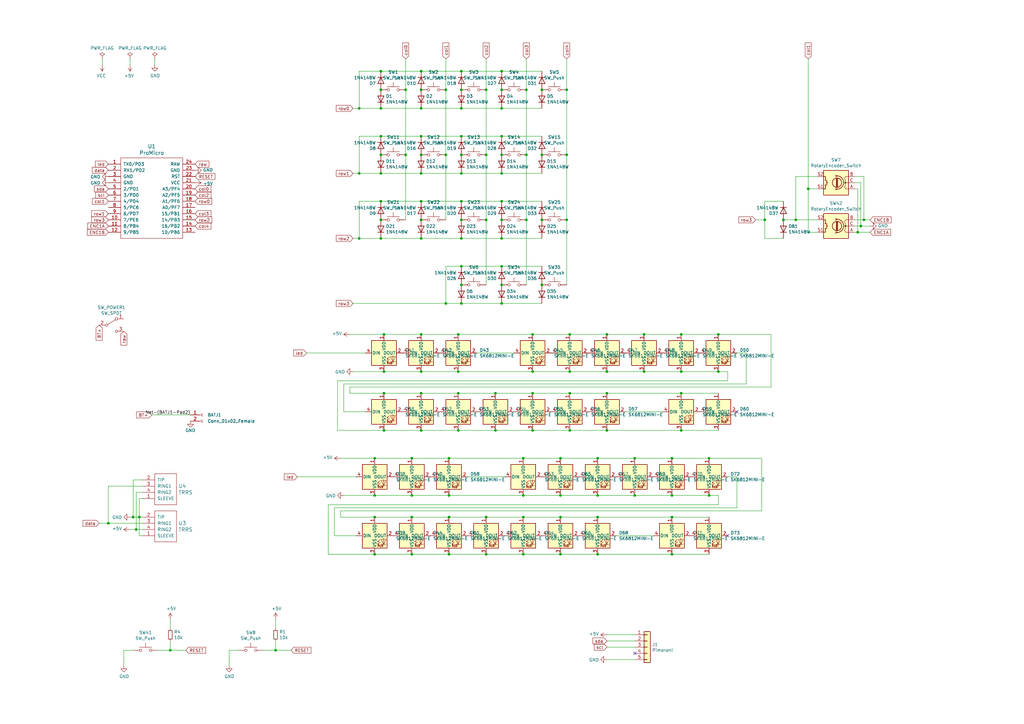
<source format=kicad_sch>
(kicad_sch (version 20230121) (generator eeschema)
  (paper "A3")
  (junction (at 157.48 152.4))
  (junction (at 290.83 203.2))
  (junction (at 205.74 116.84))
  (junction (at 275.59 203.2))
  (junction (at 203.2 161.29))
  (junction (at 275.59 187.96))
  (junction (at 168.91 203.2))
  (junction (at 354.33 90.17))
  (junction (at 353.06 92.71))
  (junction (at 260.35 187.96))
  (junction (at 187.96 152.4))
  (junction (at 245.11 203.2))
  (junction (at 205.74 44.45))
  (junction (at 215.9 90.17))
  (junction (at 184.15 227.33))
  (junction (at 189.23 97.79))
  (junction (at 69.85 266.7))
  (junction (at 172.72 36.83))
  (junction (at 248.92 161.29))
  (junction (at 153.67 187.96))
  (junction (at 172.72 152.4))
  (junction (at 156.21 44.45))
  (junction (at 233.68 176.53))
  (junction (at 279.4 152.4))
  (junction (at 205.74 109.22))
  (junction (at 187.96 176.53))
  (junction (at 229.87 212.09))
  (junction (at 294.64 152.4))
  (junction (at 184.15 212.09))
  (junction (at 187.96 161.29))
  (junction (at 189.23 36.83))
  (junction (at 172.72 63.5))
  (junction (at 156.21 71.12))
  (junction (at 156.21 63.5))
  (junction (at 189.23 44.45))
  (junction (at 232.41 63.5))
  (junction (at 157.48 137.16))
  (junction (at 215.9 36.83))
  (junction (at 189.23 71.12))
  (junction (at 189.23 29.21))
  (junction (at 189.23 55.88))
  (junction (at 182.88 63.5))
  (junction (at 279.4 176.53))
  (junction (at 321.31 90.17))
  (junction (at 172.72 137.16))
  (junction (at 205.74 90.17))
  (junction (at 248.92 152.4))
  (junction (at 214.63 227.33))
  (junction (at 189.23 82.55))
  (junction (at 245.11 212.09))
  (junction (at 233.68 152.4))
  (junction (at 248.92 176.53))
  (junction (at 229.87 203.2))
  (junction (at 218.44 161.29))
  (junction (at 232.41 90.17))
  (junction (at 222.25 63.5))
  (junction (at 156.21 55.88))
  (junction (at 205.74 29.21))
  (junction (at 199.39 63.5))
  (junction (at 214.63 187.96))
  (junction (at 275.59 227.33))
  (junction (at 189.23 116.84))
  (junction (at 218.44 176.53))
  (junction (at 156.21 97.79))
  (junction (at 168.91 212.09))
  (junction (at 229.87 187.96))
  (junction (at 215.9 63.5))
  (junction (at 182.88 124.46))
  (junction (at 153.67 212.09))
  (junction (at 205.74 55.88))
  (junction (at 189.23 63.5))
  (junction (at 184.15 203.2))
  (junction (at 279.4 137.16))
  (junction (at 205.74 97.79))
  (junction (at 172.72 161.29))
  (junction (at 168.91 227.33))
  (junction (at 233.68 137.16))
  (junction (at 205.74 36.83))
  (junction (at 205.74 63.5))
  (junction (at 222.25 90.17))
  (junction (at 182.88 36.83))
  (junction (at 147.32 44.45))
  (junction (at 199.39 227.33))
  (junction (at 153.67 203.2))
  (junction (at 331.47 77.47))
  (junction (at 233.68 161.29))
  (junction (at 172.72 90.17))
  (junction (at 232.41 36.83))
  (junction (at 222.25 36.83))
  (junction (at 199.39 212.09))
  (junction (at 55.88 217.17))
  (junction (at 199.39 90.17))
  (junction (at 264.16 137.16))
  (junction (at 222.25 116.84))
  (junction (at 184.15 187.96))
  (junction (at 172.72 71.12))
  (junction (at 172.72 176.53))
  (junction (at 156.21 90.17))
  (junction (at 57.15 212.09))
  (junction (at 172.72 82.55))
  (junction (at 248.92 137.16))
  (junction (at 245.11 187.96))
  (junction (at 113.03 266.7))
  (junction (at 260.35 203.2))
  (junction (at 351.79 95.25))
  (junction (at 54.61 212.09))
  (junction (at 199.39 36.83))
  (junction (at 326.39 90.17))
  (junction (at 203.2 176.53))
  (junction (at 275.59 212.09))
  (junction (at 290.83 187.96))
  (junction (at 279.4 161.29))
  (junction (at 153.67 227.33))
  (junction (at 187.96 137.16))
  (junction (at 157.48 161.29))
  (junction (at 147.32 71.12))
  (junction (at 205.74 124.46))
  (junction (at 156.21 36.83))
  (junction (at 229.87 227.33))
  (junction (at 245.11 227.33))
  (junction (at 44.45 214.63))
  (junction (at 157.48 176.53))
  (junction (at 189.23 90.17))
  (junction (at 189.23 109.22))
  (junction (at 205.74 71.12))
  (junction (at 189.23 124.46))
  (junction (at 156.21 82.55))
  (junction (at 166.37 36.83))
  (junction (at 172.72 97.79))
  (junction (at 264.16 152.4))
  (junction (at 166.37 63.5))
  (junction (at 156.21 29.21))
  (junction (at 218.44 152.4))
  (junction (at 294.64 137.16))
  (junction (at 313.69 90.17))
  (junction (at 214.63 203.2))
  (junction (at 172.72 44.45))
  (junction (at 168.91 187.96))
  (junction (at 205.74 82.55))
  (junction (at 172.72 55.88))
  (junction (at 218.44 137.16))
  (junction (at 147.32 97.79))
  (junction (at 214.63 212.09))
  (junction (at 172.72 29.21))
  (no_connect (at 302.26 168.91))
  (no_connect (at 260.35 267.97))
  (no_connect (at 298.45 219.71))
  (wire (pts (xy 218.44 161.29) (xy 233.68 161.29)))
  (wire (pts (xy 147.32 55.88) (xy 156.21 55.88)))
  (wire (pts (xy 350.52 90.17) (xy 354.33 90.17)))
  (wire (pts (xy 53.34 212.09) (xy 54.61 212.09)))
  (wire (pts (xy 199.39 63.5) (xy 199.39 90.17)))
  (wire (pts (xy 350.52 74.93) (xy 353.06 74.93)))
  (wire (pts (xy 50.8 266.7) (xy 50.8 273.05)))
  (wire (pts (xy 298.45 156.21) (xy 138.43 156.21)))
  (wire (pts (xy 140.97 157.48) (xy 140.97 168.91)))
  (wire (pts (xy 306.07 144.78) (xy 306.07 157.48)))
  (wire (pts (xy 139.7 187.96) (xy 153.67 187.96)))
  (wire (pts (xy 172.72 176.53) (xy 157.48 176.53)))
  (wire (pts (xy 156.21 97.79) (xy 172.72 97.79)))
  (wire (pts (xy 215.9 63.5) (xy 215.9 90.17)))
  (wire (pts (xy 57.15 219.71) (xy 57.15 212.09)))
  (wire (pts (xy 331.47 24.13) (xy 331.47 77.47)))
  (wire (pts (xy 354.33 72.39) (xy 354.33 90.17)))
  (wire (pts (xy 147.32 97.79) (xy 156.21 97.79)))
  (wire (pts (xy 143.51 158.75) (xy 143.51 161.29)))
  (wire (pts (xy 205.74 71.12) (xy 222.25 71.12)))
  (wire (pts (xy 331.47 95.25) (xy 335.28 95.25)))
  (wire (pts (xy 350.52 92.71) (xy 353.06 92.71)))
  (wire (pts (xy 214.63 203.2) (xy 229.87 203.2)))
  (wire (pts (xy 147.32 44.45) (xy 156.21 44.45)))
  (wire (pts (xy 157.48 137.16) (xy 172.72 137.16)))
  (wire (pts (xy 335.28 77.47) (xy 331.47 77.47)))
  (wire (pts (xy 199.39 24.13) (xy 199.39 36.83)))
  (wire (pts (xy 63.5 24.13) (xy 63.5 26.67)))
  (wire (pts (xy 248.92 152.4) (xy 264.16 152.4)))
  (wire (pts (xy 189.23 55.88) (xy 205.74 55.88)))
  (wire (pts (xy 248.92 262.89) (xy 260.35 262.89)))
  (wire (pts (xy 350.52 95.25) (xy 351.79 95.25)))
  (wire (pts (xy 294.64 207.01) (xy 134.62 207.01)))
  (wire (pts (xy 205.74 82.55) (xy 222.25 82.55)))
  (wire (pts (xy 312.42 187.96) (xy 312.42 209.55)))
  (wire (pts (xy 229.87 187.96) (xy 245.11 187.96)))
  (wire (pts (xy 306.07 157.48) (xy 140.97 157.48)))
  (wire (pts (xy 321.31 97.79) (xy 313.69 97.79)))
  (wire (pts (xy 157.48 152.4) (xy 172.72 152.4)))
  (wire (pts (xy 275.59 203.2) (xy 290.83 203.2)))
  (wire (pts (xy 279.4 161.29) (xy 294.64 161.29)))
  (wire (pts (xy 245.11 203.2) (xy 260.35 203.2)))
  (wire (pts (xy 64.77 266.7) (xy 69.85 266.7)))
  (wire (pts (xy 233.68 152.4) (xy 248.92 152.4)))
  (wire (pts (xy 275.59 212.09) (xy 290.83 212.09)))
  (wire (pts (xy 143.51 137.16) (xy 157.48 137.16)))
  (wire (pts (xy 182.88 36.83) (xy 182.88 63.5)))
  (wire (pts (xy 147.32 97.79) (xy 147.32 82.55)))
  (wire (pts (xy 335.28 90.17) (xy 326.39 90.17)))
  (wire (pts (xy 189.23 109.22) (xy 205.74 109.22)))
  (wire (pts (xy 298.45 195.58) (xy 302.26 195.58)))
  (wire (pts (xy 290.83 187.96) (xy 312.42 187.96)))
  (wire (pts (xy 335.28 72.39) (xy 326.39 72.39)))
  (wire (pts (xy 252.73 219.71) (xy 267.97 219.71)))
  (wire (pts (xy 144.78 124.46) (xy 182.88 124.46)))
  (wire (pts (xy 156.21 55.88) (xy 172.72 55.88)))
  (wire (pts (xy 172.72 137.16) (xy 187.96 137.16)))
  (wire (pts (xy 143.51 161.29) (xy 157.48 161.29)))
  (wire (pts (xy 55.88 201.93) (xy 55.88 217.17)))
  (wire (pts (xy 233.68 161.29) (xy 248.92 161.29)))
  (wire (pts (xy 58.42 196.85) (xy 54.61 196.85)))
  (wire (pts (xy 326.39 72.39) (xy 326.39 90.17)))
  (wire (pts (xy 294.64 137.16) (xy 316.23 137.16)))
  (wire (pts (xy 166.37 63.5) (xy 166.37 90.17)))
  (wire (pts (xy 199.39 227.33) (xy 184.15 227.33)))
  (wire (pts (xy 232.41 63.5) (xy 232.41 90.17)))
  (wire (pts (xy 172.72 152.4) (xy 187.96 152.4)))
  (wire (pts (xy 233.68 176.53) (xy 218.44 176.53)))
  (wire (pts (xy 44.45 214.63) (xy 40.64 214.63)))
  (wire (pts (xy 69.85 257.81) (xy 69.85 254)))
  (wire (pts (xy 229.87 203.2) (xy 245.11 203.2)))
  (wire (pts (xy 260.35 187.96) (xy 275.59 187.96)))
  (wire (pts (xy 172.72 97.79) (xy 189.23 97.79)))
  (wire (pts (xy 182.88 109.22) (xy 189.23 109.22)))
  (wire (pts (xy 260.35 203.2) (xy 275.59 203.2)))
  (wire (pts (xy 113.03 266.7) (xy 113.03 262.89)))
  (wire (pts (xy 44.45 199.39) (xy 58.42 199.39)))
  (wire (pts (xy 353.06 74.93) (xy 353.06 92.71)))
  (wire (pts (xy 214.63 187.96) (xy 229.87 187.96)))
  (wire (pts (xy 125.73 144.78) (xy 149.86 144.78)))
  (wire (pts (xy 326.39 90.17) (xy 321.31 90.17)))
  (wire (pts (xy 191.77 195.58) (xy 207.01 195.58)))
  (wire (pts (xy 316.23 137.16) (xy 316.23 158.75)))
  (wire (pts (xy 184.15 187.96) (xy 214.63 187.96)))
  (wire (pts (xy 76.2 266.7) (xy 69.85 266.7)))
  (wire (pts (xy 312.42 209.55) (xy 139.7 209.55)))
  (wire (pts (xy 215.9 90.17) (xy 215.9 116.84)))
  (wire (pts (xy 44.45 199.39) (xy 44.45 214.63)))
  (wire (pts (xy 248.92 176.53) (xy 279.4 176.53)))
  (wire (pts (xy 294.64 152.4) (xy 298.45 152.4)))
  (wire (pts (xy 137.16 219.71) (xy 146.05 219.71)))
  (wire (pts (xy 313.69 90.17) (xy 309.88 90.17)))
  (wire (pts (xy 218.44 152.4) (xy 233.68 152.4)))
  (wire (pts (xy 350.52 77.47) (xy 351.79 77.47)))
  (wire (pts (xy 138.43 156.21) (xy 138.43 176.53)))
  (wire (pts (xy 294.64 176.53) (xy 279.4 176.53)))
  (wire (pts (xy 214.63 227.33) (xy 199.39 227.33)))
  (wire (pts (xy 205.74 29.21) (xy 222.25 29.21)))
  (wire (pts (xy 119.38 266.7) (xy 113.03 266.7)))
  (wire (pts (xy 172.72 161.29) (xy 187.96 161.29)))
  (wire (pts (xy 172.72 44.45) (xy 189.23 44.45)))
  (wire (pts (xy 147.32 44.45) (xy 147.32 29.21)))
  (wire (pts (xy 214.63 212.09) (xy 229.87 212.09)))
  (wire (pts (xy 248.92 137.16) (xy 264.16 137.16)))
  (wire (pts (xy 44.45 214.63) (xy 58.42 214.63)))
  (wire (pts (xy 69.85 266.7) (xy 69.85 262.89)))
  (wire (pts (xy 248.92 176.53) (xy 233.68 176.53)))
  (wire (pts (xy 53.34 217.17) (xy 55.88 217.17)))
  (wire (pts (xy 302.26 144.78) (xy 306.07 144.78)))
  (wire (pts (xy 147.32 29.21) (xy 156.21 29.21)))
  (wire (pts (xy 57.15 212.09) (xy 58.42 212.09)))
  (wire (pts (xy 62.23 170.18) (xy 78.105 170.18)))
  (wire (pts (xy 54.61 212.09) (xy 57.15 212.09)))
  (wire (pts (xy 313.69 82.55) (xy 313.69 90.17)))
  (wire (pts (xy 313.69 97.79) (xy 313.69 90.17)))
  (wire (pts (xy 53.34 24.13) (xy 53.34 26.67)))
  (wire (pts (xy 166.37 24.13) (xy 166.37 36.83)))
  (wire (pts (xy 354.33 90.17) (xy 356.87 90.17)))
  (wire (pts (xy 147.32 82.55) (xy 156.21 82.55)))
  (wire (pts (xy 351.79 95.25) (xy 356.87 95.25)))
  (wire (pts (xy 93.98 266.7) (xy 97.79 266.7)))
  (wire (pts (xy 353.06 92.71) (xy 356.87 92.71)))
  (wire (pts (xy 182.88 124.46) (xy 189.23 124.46)))
  (wire (pts (xy 156.21 29.21) (xy 172.72 29.21)))
  (wire (pts (xy 168.91 227.33) (xy 153.67 227.33)))
  (wire (pts (xy 107.95 266.7) (xy 113.03 266.7)))
  (wire (pts (xy 229.87 212.09) (xy 245.11 212.09)))
  (wire (pts (xy 187.96 176.53) (xy 172.72 176.53)))
  (wire (pts (xy 187.96 152.4) (xy 218.44 152.4)))
  (wire (pts (xy 245.11 227.33) (xy 229.87 227.33)))
  (wire (pts (xy 302.26 208.28) (xy 137.16 208.28)))
  (wire (pts (xy 144.78 97.79) (xy 147.32 97.79)))
  (wire (pts (xy 203.2 176.53) (xy 187.96 176.53)))
  (wire (pts (xy 290.83 203.2) (xy 294.64 203.2)))
  (wire (pts (xy 248.92 265.43) (xy 260.35 265.43)))
  (wire (pts (xy 182.88 24.13) (xy 182.88 36.83)))
  (wire (pts (xy 157.48 176.53) (xy 138.43 176.53)))
  (wire (pts (xy 199.39 212.09) (xy 214.63 212.09)))
  (wire (pts (xy 229.87 227.33) (xy 214.63 227.33)))
  (wire (pts (xy 279.4 152.4) (xy 294.64 152.4)))
  (wire (pts (xy 156.21 44.45) (xy 172.72 44.45)))
  (wire (pts (xy 41.91 24.13) (xy 41.91 26.67)))
  (wire (pts (xy 172.72 55.88) (xy 189.23 55.88)))
  (wire (pts (xy 218.44 137.16) (xy 233.68 137.16)))
  (wire (pts (xy 144.78 152.4) (xy 157.48 152.4)))
  (wire (pts (xy 203.2 161.29) (xy 218.44 161.29)))
  (wire (pts (xy 232.41 90.17) (xy 232.41 116.84)))
  (wire (pts (xy 232.41 24.13) (xy 232.41 36.83)))
  (wire (pts (xy 248.92 270.51) (xy 260.35 270.51)))
  (wire (pts (xy 156.21 82.55) (xy 172.72 82.55)))
  (wire (pts (xy 264.16 137.16) (xy 279.4 137.16)))
  (wire (pts (xy 245.11 227.33) (xy 275.59 227.33)))
  (wire (pts (xy 153.67 227.33) (xy 134.62 227.33)))
  (wire (pts (xy 233.68 137.16) (xy 248.92 137.16)))
  (wire (pts (xy 245.11 187.96) (xy 260.35 187.96)))
  (wire (pts (xy 153.67 187.96) (xy 168.91 187.96)))
  (wire (pts (xy 189.23 44.45) (xy 205.74 44.45)))
  (wire (pts (xy 153.67 203.2) (xy 168.91 203.2)))
  (wire (pts (xy 205.74 55.88) (xy 222.25 55.88)))
  (wire (pts (xy 184.15 212.09) (xy 199.39 212.09)))
  (wire (pts (xy 275.59 187.96) (xy 290.83 187.96)))
  (wire (pts (xy 166.37 36.83) (xy 166.37 63.5)))
  (wire (pts (xy 316.23 158.75) (xy 143.51 158.75)))
  (wire (pts (xy 137.16 208.28) (xy 137.16 219.71)))
  (wire (pts (xy 187.96 161.29) (xy 203.2 161.29)))
  (wire (pts (xy 144.78 71.12) (xy 147.32 71.12)))
  (wire (pts (xy 140.97 168.91) (xy 149.86 168.91)))
  (wire (pts (xy 184.15 227.33) (xy 168.91 227.33)))
  (wire (pts (xy 232.41 36.83) (xy 232.41 63.5)))
  (wire (pts (xy 245.11 212.09) (xy 275.59 212.09)))
  (wire (pts (xy 248.92 161.29) (xy 279.4 161.29)))
  (wire (pts (xy 215.9 36.83) (xy 215.9 63.5)))
  (wire (pts (xy 205.74 44.45) (xy 222.25 44.45)))
  (wire (pts (xy 184.15 203.2) (xy 214.63 203.2)))
  (wire (pts (xy 205.74 97.79) (xy 222.25 97.79)))
  (wire (pts (xy 189.23 82.55) (xy 205.74 82.55)))
  (wire (pts (xy 58.42 204.47) (xy 57.15 204.47)))
  (wire (pts (xy 279.4 137.16) (xy 294.64 137.16)))
  (wire (pts (xy 172.72 82.55) (xy 189.23 82.55)))
  (wire (pts (xy 298.45 152.4) (xy 298.45 156.21)))
  (wire (pts (xy 264.16 152.4) (xy 279.4 152.4)))
  (wire (pts (xy 189.23 71.12) (xy 205.74 71.12)))
  (wire (pts (xy 147.32 71.12) (xy 147.32 55.88)))
  (wire (pts (xy 294.64 203.2) (xy 294.64 207.01)))
  (wire (pts (xy 140.97 203.2) (xy 153.67 203.2)))
  (wire (pts (xy 168.91 187.96) (xy 184.15 187.96)))
  (wire (pts (xy 331.47 77.47) (xy 331.47 95.25)))
  (wire (pts (xy 168.91 203.2) (xy 184.15 203.2)))
  (wire (pts (xy 144.78 44.45) (xy 147.32 44.45)))
  (wire (pts (xy 182.88 124.46) (xy 182.88 109.22)))
  (wire (pts (xy 218.44 176.53) (xy 203.2 176.53)))
  (wire (pts (xy 57.15 204.47) (xy 57.15 212.09)))
  (wire (pts (xy 350.52 72.39) (xy 354.33 72.39)))
  (wire (pts (xy 215.9 24.13) (xy 215.9 36.83)))
  (wire (pts (xy 205.74 109.22) (xy 222.25 109.22)))
  (wire (pts (xy 189.23 97.79) (xy 205.74 97.79)))
  (wire (pts (xy 157.48 161.29) (xy 172.72 161.29)))
  (wire (pts (xy 182.88 63.5) (xy 182.88 90.17)))
  (wire (pts (xy 187.96 137.16) (xy 218.44 137.16)))
  (wire (pts (xy 189.23 124.46) (xy 205.74 124.46)))
  (wire (pts (xy 58.42 219.71) (xy 57.15 219.71)))
  (wire (pts (xy 199.39 36.83) (xy 199.39 63.5)))
  (wire (pts (xy 55.88 201.93) (xy 58.42 201.93)))
  (wire (pts (xy 139.7 209.55) (xy 139.7 212.09)))
  (wire (pts (xy 54.61 196.85) (xy 54.61 212.09)))
  (wire (pts (xy 121.92 195.58) (xy 146.05 195.58)))
  (wire (pts (xy 248.92 260.35) (xy 260.35 260.35)))
  (wire (pts (xy 134.62 207.01) (xy 134.62 227.33)))
  (wire (pts (xy 256.54 168.91) (xy 271.78 168.91)))
  (wire (pts (xy 168.91 212.09) (xy 184.15 212.09)))
  (wire (pts (xy 113.03 257.81) (xy 113.03 254)))
  (wire (pts (xy 290.83 227.33) (xy 275.59 227.33)))
  (wire (pts (xy 153.67 212.09) (xy 168.91 212.09)))
  (wire (pts (xy 55.88 217.17) (xy 58.42 217.17)))
  (wire (pts (xy 172.72 71.12) (xy 189.23 71.12)))
  (wire (pts (xy 93.98 266.7) (xy 93.98 273.05)))
  (wire (pts (xy 172.72 29.21) (xy 189.23 29.21)))
  (wire (pts (xy 321.31 82.55) (xy 313.69 82.55)))
  (wire (pts (xy 50.8 266.7) (xy 54.61 266.7)))
  (wire (pts (xy 139.7 212.09) (xy 153.67 212.09)))
  (wire (pts (xy 156.21 71.12) (xy 172.72 71.12)))
  (wire (pts (xy 302.26 195.58) (xy 302.26 208.28)))
  (wire (pts (xy 199.39 90.17) (xy 199.39 116.84)))
  (wire (pts (xy 195.58 144.78) (xy 210.82 144.78)))
  (wire (pts (xy 147.32 71.12) (xy 156.21 71.12)))
  (wire (pts (xy 351.79 77.47) (xy 351.79 95.25)))
  (wire (pts (xy 205.74 124.46) (xy 222.25 124.46)))
  (wire (pts (xy 189.23 29.21) (xy 205.74 29.21)))
  (label "Net-(BATJ1-Pad2)" (at 78.105 170.18 180))
  (global_label "ENC1B" (shape input) (at 44.45 95.25 180) (property "Intersheetrefs" "${INTERSHEET_REFS}" (effects hide)))
  (global_label "col2" (shape input) (at 80.01 80.01 0) (property "Intersheetrefs" "${INTERSHEET_REFS}" (effects hide)))
  (global_label "data" (shape input) (at 44.45 69.85 180) (property "Intersheetrefs" "${INTERSHEET_REFS}" (effects hide)))
  (global_label "col2" (shape input) (at 199.39 24.13 90) (property "Intersheetrefs" "${INTERSHEET_REFS}" (effects hide)))
  (global_label "data" (shape input) (at 40.64 214.63 180) (property "Intersheetrefs" "${INTERSHEET_REFS}" (effects hide)))
  (global_label "col4" (shape input) (at 80.01 92.71 0) (property "Intersheetrefs" "${INTERSHEET_REFS}" (effects hide)))
  (global_label "BT+" (shape input) (at 40.64 133.35 270) (property "Intersheetrefs" "${INTERSHEET_REFS}" (effects hide)))
  (global_label "col3" (shape input) (at 215.9 24.13 90) (property "Intersheetrefs" "${INTERSHEET_REFS}" (effects hide)))
  (global_label "ENC1B" (shape input) (at 356.87 90.17 0) (property "Intersheetrefs" "${INTERSHEET_REFS}" (effects hide)))
  (global_label "RESET" (shape input) (at 80.01 72.39 0) (property "Intersheetrefs" "${INTERSHEET_REFS}" (effects hide)))
  (global_label "raw" (shape input) (at 50.8 135.89 270) (property "Intersheetrefs" "${INTERSHEET_REFS}" (effects hide)))
  (global_label "col3" (shape input) (at 80.01 87.63 0) (property "Intersheetrefs" "${INTERSHEET_REFS}" (effects hide)))
  (global_label "row3" (shape input) (at 309.88 90.17 180) (property "Intersheetrefs" "${INTERSHEET_REFS}" (effects hide)))
  (global_label "col1" (shape input) (at 331.47 24.13 90) (property "Intersheetrefs" "${INTERSHEET_REFS}" (effects hide)))
  (global_label "led" (shape input) (at 44.45 67.31 180) (property "Intersheetrefs" "${INTERSHEET_REFS}" (effects hide)))
  (global_label "row2" (shape input) (at 144.78 97.79 180) (property "Intersheetrefs" "${INTERSHEET_REFS}" (effects hide)))
  (global_label "ENC1A" (shape input) (at 44.45 92.71 180) (property "Intersheetrefs" "${INTERSHEET_REFS}" (effects hide)))
  (global_label "scl" (shape input) (at 44.45 80.01 180) (property "Intersheetrefs" "${INTERSHEET_REFS}" (effects hide)))
  (global_label "RESET" (shape input) (at 76.2 266.7 0) (property "Intersheetrefs" "${INTERSHEET_REFS}" (effects hide)))
  (global_label "col1" (shape input) (at 182.88 24.13 90) (property "Intersheetrefs" "${INTERSHEET_REFS}" (effects hide)))
  (global_label "led" (shape input) (at 121.92 195.58 180) (property "Intersheetrefs" "${INTERSHEET_REFS}" (effects hide)))
  (global_label "row1" (shape input) (at 144.78 71.12 180) (property "Intersheetrefs" "${INTERSHEET_REFS}" (effects hide)))
  (global_label "RESET" (shape input) (at 119.38 266.7 0) (property "Intersheetrefs" "${INTERSHEET_REFS}" (effects hide)))
  (global_label "col0" (shape input) (at 80.01 77.47 0) (property "Intersheetrefs" "${INTERSHEET_REFS}" (effects hide)))
  (global_label "row3" (shape input) (at 144.78 124.46 180) (property "Intersheetrefs" "${INTERSHEET_REFS}" (effects hide)))
  (global_label "BT+" (shape input) (at 62.23 170.18 180) (property "Intersheetrefs" "${INTERSHEET_REFS}" (effects hide)))
  (global_label "row0" (shape input) (at 144.78 44.45 180) (property "Intersheetrefs" "${INTERSHEET_REFS}" (effects hide)))
  (global_label "row1" (shape input) (at 44.45 87.63 180) (property "Intersheetrefs" "${INTERSHEET_REFS}" (effects hide)))
  (global_label "row2" (shape input) (at 80.01 90.17 0) (property "Intersheetrefs" "${INTERSHEET_REFS}" (effects hide)))
  (global_label "led" (shape input) (at 125.73 144.78 180) (property "Intersheetrefs" "${INTERSHEET_REFS}" (effects hide)))
  (global_label "ENC1A" (shape input) (at 356.87 95.25 0) (property "Intersheetrefs" "${INTERSHEET_REFS}" (effects hide)))
  (global_label "row0" (shape input) (at 80.01 82.55 0) (property "Intersheetrefs" "${INTERSHEET_REFS}" (effects hide)))
  (global_label "sda" (shape input) (at 44.45 77.47 180) (property "Intersheetrefs" "${INTERSHEET_REFS}" (effects hide)))
  (global_label "col4" (shape input) (at 232.41 24.13 90) (property "Intersheetrefs" "${INTERSHEET_REFS}" (effects hide)))
  (global_label "sda" (shape input) (at 248.92 262.89 180) (property "Intersheetrefs" "${INTERSHEET_REFS}" (effects hide)))
  (global_label "col1" (shape input) (at 44.45 82.55 180) (property "Intersheetrefs" "${INTERSHEET_REFS}" (effects hide)))
  (global_label "col0" (shape input) (at 166.37 24.13 90) (property "Intersheetrefs" "${INTERSHEET_REFS}" (effects hide)))
  (global_label "row3" (shape input) (at 44.45 90.17 180) (property "Intersheetrefs" "${INTERSHEET_REFS}" (effects hide)))
  (global_label "scl" (shape input) (at 248.92 265.43 180) (property "Intersheetrefs" "${INTERSHEET_REFS}" (effects hide)))
  (global_label "raw" (shape input) (at 80.01 67.31 0) (property "Intersheetrefs" "${INTERSHEET_REFS}" (effects hide)))
  (symbol (lib_id "Device:R_Small") (at 69.85 260.35 0) (unit 1)
    (property "Reference" "R4" (at 71.3486 259.1816 0) (effects (justify left)))
    (property "Value" "10k" (at 71.3486 261.493 0) (effects (justify left)))
    (property "Footprint" "Resistor_SMD:R_0805_2012Metric" (effects hide))
    (property "LCSC" "C17414" (effects hide))
  )
  (symbol (lib_id "power:+5V") (at 69.85 254 0) (unit 1)
    (property "Reference" "#PWR011" (effects hide))
    (property "Value" "+5V" (at 70.231 249.6058 0))
  )
  (symbol (lib_id "power:GND") (at 50.8 273.05 0) (unit 1)
    (property "Reference" "#PWR013" (effects hide))
    (property "Value" "GND" (at 50.927 277.4442 0))
  )
  (symbol (lib_id "Switch:SW_Push") (at 161.29 36.83 0) (unit 1)
    (property "Reference" "SW1" (at 161.29 29.591 0))
    (property "Value" "SW_Push" (at 161.29 31.9024 0))
    (property "Footprint" "keyswitches:SW_PG1350_reversible" (effects hide))
  )
  (symbol (lib_id "Diode:1N4148W") (at 156.21 40.64 90) (unit 1)
    (property "Reference" "D1" (at 158.242 39.4716 90) (effects (justify right)))
    (property "Value" "1N4148W" (at 158.242 41.783 90) (effects (justify right)))
    (property "Footprint" "Diode_SMD:D_SOD-123" (effects hide))
    (property "Datasheet" "https://www.vishay.com/docs/85748/1n4148w.pdf" (effects hide))
    (property "LCSC" "C727110" (effects hide))
  )
  (symbol (lib_id "Switch:SW_Push") (at 177.8 36.83 0) (unit 1)
    (property "Reference" "SW2" (at 177.8 29.591 0))
    (property "Value" "SW_Push" (at 177.8 31.9024 0))
    (property "Footprint" "keyswitches:SW_PG1350_reversible" (effects hide))
  )
  (symbol (lib_id "Diode:1N4148W") (at 172.72 40.64 90) (unit 1)
    (property "Reference" "D2" (at 174.752 39.4716 90) (effects (justify right)))
    (property "Value" "1N4148W" (at 174.752 41.783 90) (effects (justify right)))
    (property "Footprint" "Diode_SMD:D_SOD-123" (effects hide))
    (property "Datasheet" "https://www.vishay.com/docs/85748/1n4148w.pdf" (effects hide))
    (property "LCSC" "C727110" (effects hide))
  )
  (symbol (lib_id "Switch:SW_Push") (at 194.31 36.83 0) (unit 1)
    (property "Reference" "SW3" (at 194.31 29.591 0))
    (property "Value" "SW_Push" (at 194.31 31.9024 0))
    (property "Footprint" "keyswitches:SW_PG1350_reversible" (effects hide))
  )
  (symbol (lib_id "Diode:1N4148W") (at 189.23 40.64 90) (unit 1)
    (property "Reference" "D3" (at 191.262 39.4716 90) (effects (justify right)))
    (property "Value" "1N4148W" (at 191.262 41.783 90) (effects (justify right)))
    (property "Footprint" "Diode_SMD:D_SOD-123" (effects hide))
    (property "Datasheet" "https://www.vishay.com/docs/85748/1n4148w.pdf" (effects hide))
    (property "LCSC" "C727110" (effects hide))
  )
  (symbol (lib_id "Switch:SW_Push") (at 210.82 36.83 0) (unit 1)
    (property "Reference" "SW4" (at 210.82 29.591 0))
    (property "Value" "SW_Push" (at 210.82 31.9024 0))
    (property "Footprint" "keyswitches:SW_PG1350_reversible" (effects hide))
  )
  (symbol (lib_id "Diode:1N4148W") (at 205.74 40.64 90) (unit 1)
    (property "Reference" "D4" (at 207.772 39.4716 90) (effects (justify right)))
    (property "Value" "1N4148W" (at 207.772 41.783 90) (effects (justify right)))
    (property "Footprint" "Diode_SMD:D_SOD-123" (effects hide))
    (property "Datasheet" "https://www.vishay.com/docs/85748/1n4148w.pdf" (effects hide))
    (property "LCSC" "C727110" (effects hide))
  )
  (symbol (lib_id "Switch:SW_Push") (at 227.33 36.83 0) (unit 1)
    (property "Reference" "SW5" (at 227.33 29.591 0))
    (property "Value" "SW_Push" (at 227.33 31.9024 0))
    (property "Footprint" "keyswitches:SW_PG1350_reversible" (effects hide))
  )
  (symbol (lib_id "Diode:1N4148W") (at 222.25 40.64 90) (unit 1)
    (property "Reference" "D5" (at 224.282 39.4716 90) (effects (justify right)))
    (property "Value" "1N4148W" (at 224.282 41.783 90) (effects (justify right)))
    (property "Footprint" "Diode_SMD:D_SOD-123" (effects hide))
    (property "Datasheet" "https://www.vishay.com/docs/85748/1n4148w.pdf" (effects hide))
    (property "LCSC" "C727110" (effects hide))
  )
  (symbol (lib_id "Switch:SW_Push") (at 161.29 63.5 0) (unit 1)
    (property "Reference" "SW11" (at 161.29 56.261 0))
    (property "Value" "SW_Push" (at 161.29 58.5724 0))
    (property "Footprint" "keyswitches:SW_PG1350_reversible" (effects hide))
  )
  (symbol (lib_id "Diode:1N4148W") (at 156.21 67.31 90) (unit 1)
    (property "Reference" "D11" (at 158.242 66.1416 90) (effects (justify right)))
    (property "Value" "1N4148W" (at 158.242 68.453 90) (effects (justify right)))
    (property "Footprint" "Diode_SMD:D_SOD-123" (effects hide))
    (property "Datasheet" "https://www.vishay.com/docs/85748/1n4148w.pdf" (effects hide))
    (property "LCSC" "C727110" (effects hide))
  )
  (symbol (lib_id "Switch:SW_Push") (at 177.8 63.5 0) (unit 1)
    (property "Reference" "SW12" (at 177.8 56.261 0))
    (property "Value" "SW_Push" (at 177.8 58.5724 0))
    (property "Footprint" "keyswitches:SW_PG1350_reversible" (effects hide))
  )
  (symbol (lib_id "Diode:1N4148W") (at 172.72 67.31 90) (unit 1)
    (property "Reference" "D12" (at 174.752 66.1416 90) (effects (justify right)))
    (property "Value" "1N4148W" (at 174.752 68.453 90) (effects (justify right)))
    (property "Footprint" "Diode_SMD:D_SOD-123" (effects hide))
    (property "Datasheet" "https://www.vishay.com/docs/85748/1n4148w.pdf" (effects hide))
    (property "LCSC" "C727110" (effects hide))
  )
  (symbol (lib_id "Switch:SW_Push") (at 194.31 63.5 0) (unit 1)
    (property "Reference" "SW13" (at 194.31 56.261 0))
    (property "Value" "SW_Push" (at 194.31 58.5724 0))
    (property "Footprint" "keyswitches:SW_PG1350_reversible" (effects hide))
  )
  (symbol (lib_id "Diode:1N4148W") (at 189.23 67.31 90) (unit 1)
    (property "Reference" "D13" (at 191.262 66.1416 90) (effects (justify right)))
    (property "Value" "1N4148W" (at 191.262 68.453 90) (effects (justify right)))
    (property "Footprint" "Diode_SMD:D_SOD-123" (effects hide))
    (property "Datasheet" "https://www.vishay.com/docs/85748/1n4148w.pdf" (effects hide))
    (property "LCSC" "C727110" (effects hide))
  )
  (symbol (lib_id "Switch:SW_Push") (at 210.82 63.5 0) (unit 1)
    (property "Reference" "SW14" (at 210.82 56.261 0))
    (property "Value" "SW_Push" (at 210.82 58.5724 0))
    (property "Footprint" "keyswitches:SW_PG1350_reversible" (effects hide))
  )
  (symbol (lib_id "Diode:1N4148W") (at 205.74 67.31 90) (unit 1)
    (property "Reference" "D14" (at 207.772 66.1416 90) (effects (justify right)))
    (property "Value" "1N4148W" (at 207.772 68.453 90) (effects (justify right)))
    (property "Footprint" "Diode_SMD:D_SOD-123" (effects hide))
    (property "Datasheet" "https://www.vishay.com/docs/85748/1n4148w.pdf" (effects hide))
    (property "LCSC" "C727110" (effects hide))
  )
  (symbol (lib_id "Switch:SW_Push") (at 227.33 63.5 0) (unit 1)
    (property "Reference" "SW15" (at 227.33 56.261 0))
    (property "Value" "SW_Push" (at 227.33 58.5724 0))
    (property "Footprint" "keyswitches:SW_PG1350_reversible" (effects hide))
  )
  (symbol (lib_id "Diode:1N4148W") (at 222.25 67.31 90) (unit 1)
    (property "Reference" "D15" (at 224.282 66.1416 90) (effects (justify right)))
    (property "Value" "1N4148W" (at 224.282 68.453 90) (effects (justify right)))
    (property "Footprint" "Diode_SMD:D_SOD-123" (effects hide))
    (property "Datasheet" "https://www.vishay.com/docs/85748/1n4148w.pdf" (effects hide))
    (property "LCSC" "C727110" (effects hide))
  )
  (symbol (lib_id "Switch:SW_Push") (at 161.29 90.17 0) (unit 1)
    (property "Reference" "SW21" (at 161.29 82.931 0))
    (property "Value" "SW_Push" (at 161.29 85.2424 0))
    (property "Footprint" "keyswitches:SW_PG1350_reversible" (effects hide))
  )
  (symbol (lib_id "Diode:1N4148W") (at 156.21 93.98 90) (unit 1)
    (property "Reference" "D21" (at 158.242 92.8116 90) (effects (justify right)))
    (property "Value" "1N4148W" (at 158.242 95.123 90) (effects (justify right)))
    (property "Footprint" "Diode_SMD:D_SOD-123" (effects hide))
    (property "Datasheet" "https://www.vishay.com/docs/85748/1n4148w.pdf" (effects hide))
    (property "LCSC" "C727110" (effects hide))
  )
  (symbol (lib_id "Switch:SW_Push") (at 177.8 90.17 0) (unit 1)
    (property "Reference" "SW22" (at 177.8 82.931 0))
    (property "Value" "SW_Push" (at 177.8 85.2424 0))
    (property "Footprint" "keyswitches:SW_PG1350_reversible" (effects hide))
  )
  (symbol (lib_id "Diode:1N4148W") (at 172.72 93.98 90) (unit 1)
    (property "Reference" "D22" (at 174.752 92.8116 90) (effects (justify right)))
    (property "Value" "1N4148W" (at 174.752 95.123 90) (effects (justify right)))
    (property "Footprint" "Diode_SMD:D_SOD-123" (effects hide))
    (property "Datasheet" "https://www.vishay.com/docs/85748/1n4148w.pdf" (effects hide))
    (property "LCSC" "C727110" (effects hide))
  )
  (symbol (lib_id "Switch:SW_Push") (at 194.31 90.17 0) (unit 1)
    (property "Reference" "SW23" (at 194.31 82.931 0))
    (property "Value" "SW_Push" (at 194.31 85.2424 0))
    (property "Footprint" "keyswitches:SW_PG1350_reversible" (effects hide))
  )
  (symbol (lib_id "Diode:1N4148W") (at 189.23 93.98 90) (unit 1)
    (property "Reference" "D23" (at 191.262 92.8116 90) (effects (justify right)))
    (property "Value" "1N4148W" (at 191.262 95.123 90) (effects (justify right)))
    (property "Footprint" "Diode_SMD:D_SOD-123" (effects hide))
    (property "Datasheet" "https://www.vishay.com/docs/85748/1n4148w.pdf" (effects hide))
    (property "LCSC" "C727110" (effects hide))
  )
  (symbol (lib_id "Switch:SW_Push") (at 210.82 90.17 0) (unit 1)
    (property "Reference" "SW24" (at 210.82 82.931 0))
    (property "Value" "SW_Push" (at 210.82 85.2424 0))
    (property "Footprint" "keyswitches:SW_PG1350_reversible" (effects hide))
  )
  (symbol (lib_id "Diode:1N4148W") (at 205.74 93.98 90) (unit 1)
    (property "Reference" "D24" (at 207.772 92.8116 90) (effects (justify right)))
    (property "Value" "1N4148W" (at 207.772 95.123 90) (effects (justify right)))
    (property "Footprint" "Diode_SMD:D_SOD-123" (effects hide))
    (property "Datasheet" "https://www.vishay.com/docs/85748/1n4148w.pdf" (effects hide))
    (property "LCSC" "C727110" (effects hide))
  )
  (symbol (lib_id "Switch:SW_Push") (at 227.33 90.17 0) (unit 1)
    (property "Reference" "SW25" (at 227.33 82.931 0))
    (property "Value" "SW_Push" (at 227.33 85.2424 0))
    (property "Footprint" "keyswitches:SW_PG1350_reversible" (effects hide))
  )
  (symbol (lib_id "Diode:1N4148W") (at 222.25 93.98 90) (unit 1)
    (property "Reference" "D25" (at 224.282 92.8116 90) (effects (justify right)))
    (property "Value" "1N4148W" (at 224.282 95.123 90) (effects (justify right)))
    (property "Footprint" "Diode_SMD:D_SOD-123" (effects hide))
    (property "Datasheet" "https://www.vishay.com/docs/85748/1n4148w.pdf" (effects hide))
    (property "LCSC" "C727110" (effects hide))
  )
  (symbol (lib_id "Switch:SW_Push") (at 210.82 116.84 0) (unit 1)
    (property "Reference" "SW34" (at 210.82 109.601 0))
    (property "Value" "SW_Push" (at 210.82 111.9124 0))
    (property "Footprint" "keyswitches:SW_PG1350_reversible" (effects hide))
  )
  (symbol (lib_id "Diode:1N4148W") (at 205.74 120.65 90) (unit 1)
    (property "Reference" "D34" (at 207.772 119.4816 90) (effects (justify right)))
    (property "Value" "1N4148W" (at 207.772 121.793 90) (effects (justify right)))
    (property "Footprint" "Diode_SMD:D_SOD-123" (effects hide))
    (property "Datasheet" "https://www.vishay.com/docs/85748/1n4148w.pdf" (effects hide))
    (property "LCSC" "C727110" (effects hide))
  )
  (symbol (lib_id "Switch:SW_Push") (at 227.33 116.84 0) (unit 1)
    (property "Reference" "SW35" (at 227.33 109.601 0))
    (property "Value" "SW_Push" (at 227.33 111.9124 0))
    (property "Footprint" "keyswitches:SW_PG1350_reversible" (effects hide))
  )
  (symbol (lib_id "Diode:1N4148W") (at 222.25 120.65 90) (unit 1)
    (property "Reference" "D35" (at 224.282 119.4816 90) (effects (justify right)))
    (property "Value" "1N4148W" (at 224.282 121.793 90) (effects (justify right)))
    (property "Footprint" "Diode_SMD:D_SOD-123" (effects hide))
    (property "Datasheet" "https://www.vishay.com/docs/85748/1n4148w.pdf" (effects hide))
    (property "LCSC" "C727110" (effects hide))
  )
  (symbol (lib_id "Connector_Generic:Conn_01x05") (at 265.43 265.43 0) (unit 1)
    (property "Reference" "J1" (at 267.462 264.3632 0) (effects (justify left)))
    (property "Value" "Pimoroni" (at 267.462 266.6746 0) (effects (justify left)))
    (property "Footprint" "other_parts:pimoroni" (effects hide))
  )
  (symbol (lib_id "power:+5V") (at 248.92 260.35 90) (unit 1)
    (property "Reference" "#PWR0106" (effects hide))
    (property "Value" "+5V" (at 245.6688 259.969 90) (effects (justify left)))
  )
  (symbol (lib_id "power:GND") (at 248.92 270.51 270) (unit 1)
    (property "Reference" "#PWR0107" (effects hide))
    (property "Value" "GND" (at 245.6688 270.637 90) (effects (justify right)))
  )
  (symbol (lib_id "bgkeeb-rescue:Rotary_Encoder_Switch-Device") (at 342.9 92.71 180) (unit 1)
    (property "Reference" "SW42" (at 342.9 83.3882 0))
    (property "Value" "RotaryEncoder_Switch" (at 342.9 85.6996 0))
    (property "Footprint" "Keebio-Parts:RotaryEncoder_EC11-no-legs" (effects hide))
  )
  (symbol (lib_id "power:+5V") (at 143.51 137.16 90) (unit 1)
    (property "Reference" "#PWR0102" (effects hide))
    (property "Value" "+5V" (at 140.2588 136.779 90) (effects (justify left)))
  )
  (symbol (lib_id "Diode:1N4148W") (at 321.31 93.98 90) (unit 1)
    (property "Reference" "D81" (at 323.342 92.8116 90) (effects (justify right)))
    (property "Value" "1N4148W" (at 323.342 95.123 90) (effects (justify right)))
    (property "Footprint" "Diode_SMD:D_SOD-123" (effects hide))
    (property "Datasheet" "https://www.vishay.com/docs/85748/1n4148w.pdf" (effects hide))
    (property "LCSC" "C727110" (effects hide))
  )
  (symbol (lib_id "power:PWR_FLAG") (at 41.91 24.13 0) (unit 1)
    (property "Reference" "#FLG0101" (effects hide))
    (property "Value" "PWR_FLAG" (at 41.91 19.7358 0))
  )
  (symbol (lib_id "power:VCC") (at 41.91 26.67 180) (unit 1)
    (property "Reference" "#PWR0103" (effects hide))
    (property "Value" "VCC" (at 41.529 31.0642 0))
  )
  (symbol (lib_id "power:PWR_FLAG") (at 53.34 24.13 0) (unit 1)
    (property "Reference" "#FLG0102" (effects hide))
    (property "Value" "PWR_FLAG" (at 53.34 19.7358 0))
  )
  (symbol (lib_id "power:+5V") (at 53.34 26.67 180) (unit 1)
    (property "Reference" "#PWR0104" (effects hide))
    (property "Value" "+5V" (at 52.959 31.0642 0))
  )
  (symbol (lib_id "power:GND") (at 63.5 26.67 0) (unit 1)
    (property "Reference" "#PWR0105" (effects hide))
    (property "Value" "GND" (at 63.627 31.0642 0))
  )
  (symbol (lib_id "power:PWR_FLAG") (at 63.5 24.13 0) (unit 1)
    (property "Reference" "#FLG0103" (effects hide))
    (property "Value" "PWR_FLAG" (at 63.5 19.7358 0))
  )
  (symbol (lib_id "power:GND") (at 356.87 92.71 90) (unit 1)
    (property "Reference" "#PWR0108" (effects hide))
    (property "Value" "GND" (at 360.1212 92.583 90) (effects (justify right)))
  )
  (symbol (lib_id "power:GND") (at 144.78 152.4 270) (unit 1)
    (property "Reference" "#PWR0101" (effects hide))
    (property "Value" "GND" (at 141.5288 152.527 90) (effects (justify right)))
  )
  (symbol (lib_id "Switch:SW_Push") (at 59.69 266.7 0) (unit 1)
    (property "Reference" "SW41" (at 59.69 259.461 0))
    (property "Value" "SW_Push" (at 59.69 261.7724 0))
    (property "Footprint" "random-keyboard-parts:SKQG-1155865" (effects hide))
  )
  (symbol (lib_id "kicad-keyboard-parts:SK6812MINI-E") (at 157.48 144.78 0) (unit 1)
    (property "Reference" "D41" (at 166.2176 143.6116 0) (effects (justify left)))
    (property "Value" "SK6812MINI-E" (at 166.2176 145.923 0) (effects (justify left)))
    (property "Footprint" "kicad-keyboard-parts:MX_SK6812MINI-E" (effects hide))
    (property "Datasheet" "https://cdn-shop.adafruit.com/product-files/2686/SK6812MINI_REV.01-1-2.pdf" (effects hide))
  )
  (symbol (lib_id "kicad-keyboard-parts:SK6812MINI-E") (at 172.72 144.78 0) (unit 1)
    (property "Reference" "D42" (at 181.4576 143.6116 0) (effects (justify left)))
    (property "Value" "SK6812MINI-E" (at 181.4576 145.923 0) (effects (justify left)))
    (property "Footprint" "kicad-keyboard-parts:MX_SK6812MINI-E" (effects hide))
    (property "Datasheet" "https://cdn-shop.adafruit.com/product-files/2686/SK6812MINI_REV.01-1-2.pdf" (effects hide))
  )
  (symbol (lib_id "kicad-keyboard-parts:SK6812MINI-E") (at 187.96 144.78 0) (unit 1)
    (property "Reference" "D43" (at 196.6976 143.6116 0) (effects (justify left)))
    (property "Value" "SK6812MINI-E" (at 196.6976 145.923 0) (effects (justify left)))
    (property "Footprint" "kicad-keyboard-parts:MX_SK6812MINI-E" (effects hide))
    (property "Datasheet" "https://cdn-shop.adafruit.com/product-files/2686/SK6812MINI_REV.01-1-2.pdf" (effects hide))
  )
  (symbol (lib_id "kicad-keyboard-parts:SK6812MINI-E") (at 218.44 144.78 0) (unit 1)
    (property "Reference" "D45" (at 227.1776 143.6116 0) (effects (justify left)))
    (property "Value" "SK6812MINI-E" (at 227.1776 145.923 0) (effects (justify left)))
    (property "Footprint" "kicad-keyboard-parts:MX_SK6812MINI-E" (effects hide))
    (property "Datasheet" "https://cdn-shop.adafruit.com/product-files/2686/SK6812MINI_REV.01-1-2.pdf" (effects hide))
  )
  (symbol (lib_id "kicad-keyboard-parts:SK6812MINI-E") (at 233.68 144.78 0) (unit 1)
    (property "Reference" "D46" (at 242.4176 143.6116 0) (effects (justify left)))
    (property "Value" "SK6812MINI-E" (at 242.4176 145.923 0) (effects (justify left)))
    (property "Footprint" "kicad-keyboard-parts:MX_SK6812MINI-E" (effects hide))
    (property "Datasheet" "https://cdn-shop.adafruit.com/product-files/2686/SK6812MINI_REV.01-1-2.pdf" (effects hide))
  )
  (symbol (lib_id "kicad-keyboard-parts:SK6812MINI-E") (at 248.92 144.78 0) (unit 1)
    (property "Reference" "D47" (at 257.6576 143.6116 0) (effects (justify left)))
    (property "Value" "SK6812MINI-E" (at 257.6576 145.923 0) (effects (justify left)))
    (property "Footprint" "kicad-keyboard-parts:MX_SK6812MINI-E" (effects hide))
    (property "Datasheet" "https://cdn-shop.adafruit.com/product-files/2686/SK6812MINI_REV.01-1-2.pdf" (effects hide))
  )
  (symbol (lib_id "kicad-keyboard-parts:SK6812MINI-E") (at 264.16 144.78 0) (unit 1)
    (property "Reference" "D48" (at 272.8976 143.6116 0) (effects (justify left)))
    (property "Value" "SK6812MINI-E" (at 272.8976 145.923 0) (effects (justify left)))
    (property "Footprint" "kicad-keyboard-parts:MX_SK6812MINI-E" (effects hide))
    (property "Datasheet" "https://cdn-shop.adafruit.com/product-files/2686/SK6812MINI_REV.01-1-2.pdf" (effects hide))
  )
  (symbol (lib_id "kicad-keyboard-parts:SK6812MINI-E") (at 279.4 144.78 0) (unit 1)
    (property "Reference" "D49" (at 288.1376 143.6116 0) (effects (justify left)))
    (property "Value" "SK6812MINI-E" (at 288.1376 145.923 0) (effects (justify left)))
    (property "Footprint" "kicad-keyboard-parts:MX_SK6812MINI-E" (effects hide))
    (property "Datasheet" "https://cdn-shop.adafruit.com/product-files/2686/SK6812MINI_REV.01-1-2.pdf" (effects hide))
  )
  (symbol (lib_id "kicad-keyboard-parts:SK6812MINI-E") (at 294.64 144.78 0) (unit 1)
    (property "Reference" "D50" (at 303.3776 143.6116 0) (effects (justify left)))
    (property "Value" "SK6812MINI-E" (at 303.3776 145.923 0) (effects (justify left)))
    (property "Footprint" "kicad-keyboard-parts:MX_SK6812MINI-E" (effects hide))
    (property "Datasheet" "https://cdn-shop.adafruit.com/product-files/2686/SK6812MINI_REV.01-1-2.pdf" (effects hide))
  )
  (symbol (lib_id "kicad-keyboard-parts:SK6812MINI-E") (at 157.48 168.91 0) (unit 1)
    (property "Reference" "D51" (at 166.2176 167.7416 0) (effects (justify left)))
    (property "Value" "SK6812MINI-E" (at 166.2176 170.053 0) (effects (justify left)))
    (property "Footprint" "kicad-keyboard-parts:MX_SK6812MINI-E" (effects hide))
    (property "Datasheet" "https://cdn-shop.adafruit.com/product-files/2686/SK6812MINI_REV.01-1-2.pdf" (effects hide))
  )
  (symbol (lib_id "kicad-keyboard-parts:SK6812MINI-E") (at 172.72 168.91 0) (unit 1)
    (property "Reference" "D52" (at 181.4576 167.7416 0) (effects (justify left)))
    (property "Value" "SK6812MINI-E" (at 181.4576 170.053 0) (effects (justify left)))
    (property "Footprint" "kicad-keyboard-parts:MX_SK6812MINI-E" (effects hide))
    (property "Datasheet" "https://cdn-shop.adafruit.com/product-files/2686/SK6812MINI_REV.01-1-2.pdf" (effects hide))
  )
  (symbol (lib_id "kicad-keyboard-parts:SK6812MINI-E") (at 187.96 168.91 0) (unit 1)
    (property "Reference" "D53" (at 196.6976 167.7416 0) (effects (justify left)))
    (property "Value" "SK6812MINI-E" (at 196.6976 170.053 0) (effects (justify left)))
    (property "Footprint" "kicad-keyboard-parts:MX_SK6812MINI-E" (effects hide))
    (property "Datasheet" "https://cdn-shop.adafruit.com/product-files/2686/SK6812MINI_REV.01-1-2.pdf" (effects hide))
  )
  (symbol (lib_id "kicad-keyboard-parts:SK6812MINI-E") (at 203.2 168.91 0) (unit 1)
    (property "Reference" "D54" (at 211.9376 167.7416 0) (effects (justify left)))
    (property "Value" "SK6812MINI-E" (at 211.9376 170.053 0) (effects (justify left)))
    (property "Footprint" "kicad-keyboard-parts:MX_SK6812MINI-E" (effects hide))
    (property "Datasheet" "https://cdn-shop.adafruit.com/product-files/2686/SK6812MINI_REV.01-1-2.pdf" (effects hide))
  )
  (symbol (lib_id "kicad-keyboard-parts:SK6812MINI-E") (at 218.44 168.91 0) (unit 1)
    (property "Reference" "D55" (at 227.1776 167.7416 0) (effects (justify left)))
    (property "Value" "SK6812MINI-E" (at 227.1776 170.053 0) (effects (justify left)))
    (property "Footprint" "kicad-keyboard-parts:MX_SK6812MINI-E" (effects hide))
    (property "Datasheet" "https://cdn-shop.adafruit.com/product-files/2686/SK6812MINI_REV.01-1-2.pdf" (effects hide))
  )
  (symbol (lib_id "kicad-keyboard-parts:SK6812MINI-E") (at 233.68 168.91 0) (unit 1)
    (property "Reference" "D56" (at 242.4176 167.7416 0) (effects (justify left)))
    (property "Value" "SK6812MINI-E" (at 242.4176 170.053 0) (effects (justify left)))
    (property "Footprint" "kicad-keyboard-parts:MX_SK6812MINI-E" (effects hide))
    (property "Datasheet" "https://cdn-shop.adafruit.com/product-files/2686/SK6812MINI_REV.01-1-2.pdf" (effects hide))
  )
  (symbol (lib_id "kicad-keyboard-parts:SK6812MINI-E") (at 248.92 168.91 0) (unit 1)
    (property "Reference" "D57" (at 257.6576 167.7416 0) (effects (justify left)))
    (property "Value" "SK6812MINI-E" (at 257.6576 170.053 0) (effects (justify left)))
    (property "Footprint" "kicad-keyboard-parts:MX_SK6812MINI-E" (effects hide))
    (property "Datasheet" "https://cdn-shop.adafruit.com/product-files/2686/SK6812MINI_REV.01-1-2.pdf" (effects hide))
  )
  (symbol (lib_id "kicad-keyboard-parts:SK6812MINI-E") (at 279.4 168.91 0) (unit 1)
    (property "Reference" "D59" (at 288.1376 167.7416 0) (effects (justify left)))
    (property "Value" "SK6812MINI-E" (at 288.1376 170.053 0) (effects (justify left)))
    (property "Footprint" "kicad-keyboard-parts:MX_SK6812MINI-E" (effects hide))
    (property "Datasheet" "https://cdn-shop.adafruit.com/product-files/2686/SK6812MINI_REV.01-1-2.pdf" (effects hide))
  )
  (symbol (lib_id "kicad-keyboard-parts:SK6812MINI-E") (at 294.64 168.91 0) (unit 1)
    (property "Reference" "D60" (at 303.3776 167.7416 0) (effects (justify left)))
    (property "Value" "SK6812MINI-E" (at 303.3776 170.053 0) (effects (justify left)))
    (property "Footprint" "kicad-keyboard-parts:MX_SK6812MINI-E" (effects hide))
    (property "Datasheet" "https://cdn-shop.adafruit.com/product-files/2686/SK6812MINI_REV.01-1-2.pdf" (effects hide))
  )
  (symbol (lib_id "keebio:ProMicro") (at 62.23 81.28 0) (unit 1)
    (property "Reference" "U1" (at 62.23 60.0202 0) (effects (font (size 1.524 1.524))))
    (property "Value" "ProMicro" (at 62.23 62.7126 0) (effects (font (size 1.524 1.524))))
    (property "Footprint" "Keebio-Parts:ArduinoProMicro" (effects hide))
  )
  (symbol (lib_id "power:GND") (at 80.01 69.85 90) (unit 1)
    (property "Reference" "#PWR0110" (effects hide))
    (property "Value" "GND" (at 83.2612 69.723 90) (effects (justify right)))
  )
  (symbol (lib_id "power:GND") (at 44.45 72.39 270) (unit 1)
    (property "Reference" "#PWR0114" (effects hide))
    (property "Value" "GND" (at 41.1988 72.517 90) (effects (justify right)))
  )
  (symbol (lib_id "power:GND") (at 44.45 74.93 270) (unit 1)
    (property "Reference" "#PWR0115" (effects hide))
    (property "Value" "GND" (at 41.1988 75.057 90) (effects (justify right)))
  )
  (symbol (lib_id "power:+5V") (at 80.01 74.93 270) (unit 1)
    (property "Reference" "#PWR0113" (effects hide))
    (property "Value" "+5V" (at 83.2612 75.311 90) (effects (justify left)))
  )
  (symbol (lib_id "Switch:SW_Push") (at 194.31 116.84 0) (unit 1)
    (property "Reference" "SW6" (at 194.31 109.601 0))
    (property "Value" "SW_Push" (at 194.31 111.9124 0))
    (property "Footprint" "keyswitches:SW_PG1350_reversible" (effects hide))
  )
  (symbol (lib_id "Diode:1N4148W") (at 189.23 120.65 90) (unit 1)
    (property "Reference" "D6" (at 191.262 119.4816 90) (effects (justify right)))
    (property "Value" "1N4148W" (at 191.262 121.793 90) (effects (justify right)))
    (property "Footprint" "Diode_SMD:D_SOD-123" (effects hide))
    (property "Datasheet" "https://www.vishay.com/docs/85748/1n4148w.pdf" (effects hide))
    (property "LCSC" "C727110" (effects hide))
  )
  (symbol (lib_id "keebio:TRRS") (at 67.31 222.25 0) (unit 1)
    (property "Reference" "U3" (at 73.1012 214.5538 0) (effects (font (size 1.524 1.524)) (justify left)))
    (property "Value" "TRRS" (at 73.1012 217.2462 0) (effects (font (size 1.524 1.524)) (justify left)))
    (property "Footprint" "Keebio-Parts:TRRS-PJ-320A" (effects hide))
  )
  (symbol (lib_id "power:GND") (at 53.34 212.09 270) (unit 1)
    (property "Reference" "#PWR0109" (effects hide))
    (property "Value" "GND" (at 50.0888 212.217 90) (effects (justify right)))
  )
  (symbol (lib_id "power:+5V") (at 53.34 217.17 90) (unit 1)
    (property "Reference" "#PWR0118" (effects hide))
    (property "Value" "+5V" (at 50.0888 216.789 90) (effects (justify left)))
  )
  (symbol (lib_id "keebio:TRRS") (at 67.31 207.01 0) (unit 1)
    (property "Reference" "U4" (at 73.1012 199.3138 0) (effects (font (size 1.524 1.524)) (justify left)))
    (property "Value" "TRRS" (at 73.1012 202.0062 0) (effects (font (size 1.524 1.524)) (justify left)))
    (property "Footprint" "Keebio-Parts:TRRS-PJ-320A" (effects hide))
  )
  (symbol (lib_id "bgkeeb-rescue:Rotary_Encoder_Switch-Device") (at 342.9 74.93 180) (unit 1)
    (property "Reference" "SW7" (at 342.9 65.6082 0))
    (property "Value" "RotaryEncoder_Switch" (at 342.9 67.9196 0))
    (property "Footprint" "Keebio-Parts:RotaryEncoder_EC11-no-legs" (effects hide))
  )
  (symbol (lib_id "Diode:1N4148W") (at 189.23 33.02 270) (unit 1)
    (property "Reference" "D18" (at 187.198 34.1884 90) (effects (justify right)))
    (property "Value" "1N4148W" (at 187.198 31.877 90) (effects (justify right)))
    (property "Footprint" "Diode_SMD:D_SOD-123" (effects hide))
    (property "Datasheet" "https://www.vishay.com/docs/85748/1n4148w.pdf" (effects hide))
    (property "LCSC" "C727110" (effects hide))
  )
  (symbol (lib_id "Diode:1N4148W") (at 205.74 33.02 270) (unit 1)
    (property "Reference" "D27" (at 203.708 34.1884 90) (effects (justify right)))
    (property "Value" "1N4148W" (at 203.708 31.877 90) (effects (justify right)))
    (property "Footprint" "Diode_SMD:D_SOD-123" (effects hide))
    (property "Datasheet" "https://www.vishay.com/docs/85748/1n4148w.pdf" (effects hide))
    (property "LCSC" "C727110" (effects hide))
  )
  (symbol (lib_id "Diode:1N4148W") (at 222.25 33.02 270) (unit 1)
    (property "Reference" "D31" (at 220.218 34.1884 90) (effects (justify right)))
    (property "Value" "1N4148W" (at 220.218 31.877 90) (effects (justify right)))
    (property "Footprint" "Diode_SMD:D_SOD-123" (effects hide))
    (property "Datasheet" "https://www.vishay.com/docs/85748/1n4148w.pdf" (effects hide))
    (property "LCSC" "C727110" (effects hide))
  )
  (symbol (lib_id "Diode:1N4148W") (at 172.72 33.02 270) (unit 1)
    (property "Reference" "D10" (at 170.688 34.1884 90) (effects (justify right)))
    (property "Value" "1N4148W" (at 170.688 31.877 90) (effects (justify right)))
    (property "Footprint" "Diode_SMD:D_SOD-123" (effects hide))
    (property "Datasheet" "https://www.vishay.com/docs/85748/1n4148w.pdf" (effects hide))
    (property "LCSC" "C727110" (effects hide))
  )
  (symbol (lib_id "Diode:1N4148W") (at 156.21 33.02 270) (unit 1)
    (property "Reference" "D7" (at 154.178 34.1884 90) (effects (justify right)))
    (property "Value" "1N4148W" (at 154.178 31.877 90) (effects (justify right)))
    (property "Footprint" "Diode_SMD:D_SOD-123" (effects hide))
    (property "Datasheet" "https://www.vishay.com/docs/85748/1n4148w.pdf" (effects hide))
    (property "LCSC" "C727110" (effects hide))
  )
  (symbol (lib_id "Diode:1N4148W") (at 156.21 59.69 270) (unit 1)
    (property "Reference" "D8" (at 154.178 60.8584 90) (effects (justify right)))
    (property "Value" "1N4148W" (at 154.178 58.547 90) (effects (justify right)))
    (property "Footprint" "Diode_SMD:D_SOD-123" (effects hide))
    (property "Datasheet" "https://www.vishay.com/docs/85748/1n4148w.pdf" (effects hide))
    (property "LCSC" "C727110" (effects hide))
  )
  (symbol (lib_id "Diode:1N4148W") (at 172.72 59.69 270) (unit 1)
    (property "Reference" "D16" (at 170.688 60.8584 90) (effects (justify right)))
    (property "Value" "1N4148W" (at 170.688 58.547 90) (effects (justify right)))
    (property "Footprint" "Diode_SMD:D_SOD-123" (effects hide))
    (property "Datasheet" "https://www.vishay.com/docs/85748/1n4148w.pdf" (effects hide))
    (property "LCSC" "C727110" (effects hide))
  )
  (symbol (lib_id "Diode:1N4148W") (at 189.23 59.69 270) (unit 1)
    (property "Reference" "D19" (at 187.198 60.8584 90) (effects (justify right)))
    (property "Value" "1N4148W" (at 187.198 58.547 90) (effects (justify right)))
    (property "Footprint" "Diode_SMD:D_SOD-123" (effects hide))
    (property "Datasheet" "https://www.vishay.com/docs/85748/1n4148w.pdf" (effects hide))
    (property "LCSC" "C727110" (effects hide))
  )
  (symbol (lib_id "Diode:1N4148W") (at 205.74 59.69 270) (unit 1)
    (property "Reference" "D28" (at 203.708 60.8584 90) (effects (justify right)))
    (property "Value" "1N4148W" (at 203.708 58.547 90) (effects (justify right)))
    (property "Footprint" "Diode_SMD:D_SOD-123" (effects hide))
    (property "Datasheet" "https://www.vishay.com/docs/85748/1n4148w.pdf" (effects hide))
    (property "LCSC" "C727110" (effects hide))
  )
  (symbol (lib_id "Diode:1N4148W") (at 222.25 59.69 270) (unit 1)
    (property "Reference" "D32" (at 220.218 60.8584 90) (effects (justify right)))
    (property "Value" "1N4148W" (at 220.218 58.547 90) (effects (justify right)))
    (property "Footprint" "Diode_SMD:D_SOD-123" (effects hide))
    (property "Datasheet" "https://www.vishay.com/docs/85748/1n4148w.pdf" (effects hide))
    (property "LCSC" "C727110" (effects hide))
  )
  (symbol (lib_id "Diode:1N4148W") (at 156.21 86.36 270) (unit 1)
    (property "Reference" "D9" (at 154.178 87.5284 90) (effects (justify right)))
    (property "Value" "1N4148W" (at 154.178 85.217 90) (effects (justify right)))
    (property "Footprint" "Diode_SMD:D_SOD-123" (effects hide))
    (property "Datasheet" "https://www.vishay.com/docs/85748/1n4148w.pdf" (effects hide))
    (property "LCSC" "C727110" (effects hide))
  )
  (symbol (lib_id "Diode:1N4148W") (at 172.72 86.36 270) (unit 1)
    (property "Reference" "D17" (at 170.688 87.5284 90) (effects (justify right)))
    (property "Value" "1N4148W" (at 170.688 85.217 90) (effects (justify right)))
    (property "Footprint" "Diode_SMD:D_SOD-123" (effects hide))
    (property "Datasheet" "https://www.vishay.com/docs/85748/1n4148w.pdf" (effects hide))
    (property "LCSC" "C727110" (effects hide))
  )
  (symbol (lib_id "Diode:1N4148W") (at 189.23 86.36 270) (unit 1)
    (property "Reference" "D20" (at 187.198 87.5284 90) (effects (justify right)))
    (property "Value" "1N4148W" (at 187.198 85.217 90) (effects (justify right)))
    (property "Footprint" "Diode_SMD:D_SOD-123" (effects hide))
    (property "Datasheet" "https://www.vishay.com/docs/85748/1n4148w.pdf" (effects hide))
    (property "LCSC" "C727110" (effects hide))
  )
  (symbol (lib_id "Diode:1N4148W") (at 205.74 86.36 270) (unit 1)
    (property "Reference" "D29" (at 203.708 87.5284 90) (effects (justify right)))
    (property "Value" "1N4148W" (at 203.708 85.217 90) (effects (justify right)))
    (property "Footprint" "Diode_SMD:D_SOD-123" (effects hide))
    (property "Datasheet" "https://www.vishay.com/docs/85748/1n4148w.pdf" (effects hide))
    (property "LCSC" "C727110" (effects hide))
  )
  (symbol (lib_id "Diode:1N4148W") (at 222.25 86.36 270) (unit 1)
    (property "Reference" "D33" (at 220.218 87.5284 90) (effects (justify right)))
    (property "Value" "1N4148W" (at 220.218 85.217 90) (effects (justify right)))
    (property "Footprint" "Diode_SMD:D_SOD-123" (effects hide))
    (property "Datasheet" "https://www.vishay.com/docs/85748/1n4148w.pdf" (effects hide))
    (property "LCSC" "C727110" (effects hide))
  )
  (symbol (lib_id "Diode:1N4148W") (at 189.23 113.03 270) (unit 1)
    (property "Reference" "D26" (at 187.198 114.1984 90) (effects (justify right)))
    (property "Value" "1N4148W" (at 187.198 111.887 90) (effects (justify right)))
    (property "Footprint" "Diode_SMD:D_SOD-123" (effects hide))
    (property "Datasheet" "https://www.vishay.com/docs/85748/1n4148w.pdf" (effects hide))
    (property "LCSC" "C727110" (effects hide))
  )
  (symbol (lib_id "Diode:1N4148W") (at 205.74 113.03 270) (unit 1)
    (property "Reference" "D30" (at 203.708 114.1984 90) (effects (justify right)))
    (property "Value" "1N4148W" (at 203.708 111.887 90) (effects (justify right)))
    (property "Footprint" "Diode_SMD:D_SOD-123" (effects hide))
    (property "Datasheet" "https://www.vishay.com/docs/85748/1n4148w.pdf" (effects hide))
    (property "LCSC" "C727110" (effects hide))
  )
  (symbol (lib_id "Diode:1N4148W") (at 222.25 113.03 270) (unit 1)
    (property "Reference" "D36" (at 220.218 114.1984 90) (effects (justify right)))
    (property "Value" "1N4148W" (at 220.218 111.887 90) (effects (justify right)))
    (property "Footprint" "Diode_SMD:D_SOD-123" (effects hide))
    (property "Datasheet" "https://www.vishay.com/docs/85748/1n4148w.pdf" (effects hide))
    (property "LCSC" "C727110" (effects hide))
  )
  (symbol (lib_id "Diode:1N4148W") (at 321.31 86.36 270) (unit 1)
    (property "Reference" "D37" (at 319.278 87.5284 90) (effects (justify right)))
    (property "Value" "1N4148W" (at 319.278 85.217 90) (effects (justify right)))
    (property "Footprint" "Diode_SMD:D_SOD-123" (effects hide))
    (property "Datasheet" "https://www.vishay.com/docs/85748/1n4148w.pdf" (effects hide))
    (property "LCSC" "C727110" (effects hide))
  )
  (symbol (lib_id "power:GND") (at 140.97 203.2 270) (unit 1)
    (property "Reference" "#PWR0111" (effects hide))
    (property "Value" "GND" (at 137.7188 203.327 90) (effects (justify right)))
  )
  (symbol (lib_id "kicad-keyboard-parts:SK6812MINI-E") (at 153.67 195.58 0) (unit 1)
    (property "Reference" "D38" (at 162.4076 194.4116 0) (effects (justify left)))
    (property "Value" "SK6812MINI-E" (at 162.4076 196.723 0) (effects (justify left)))
    (property "Footprint" "kicad-keyboard-parts:MX_SK6812MINI-E" (effects hide))
    (property "Datasheet" "https://cdn-shop.adafruit.com/product-files/2686/SK6812MINI_REV.01-1-2.pdf" (effects hide))
  )
  (symbol (lib_id "kicad-keyboard-parts:SK6812MINI-E") (at 168.91 195.58 0) (unit 1)
    (property "Reference" "D40" (at 177.6476 194.4116 0) (effects (justify left)))
    (property "Value" "SK6812MINI-E" (at 177.6476 196.723 0) (effects (justify left)))
    (property "Footprint" "kicad-keyboard-parts:MX_SK6812MINI-E" (effects hide))
    (property "Datasheet" "https://cdn-shop.adafruit.com/product-files/2686/SK6812MINI_REV.01-1-2.pdf" (effects hide))
  )
  (symbol (lib_id "kicad-keyboard-parts:SK6812MINI-E") (at 184.15 195.58 0) (unit 1)
    (property "Reference" "D58" (at 192.8876 194.4116 0) (effects (justify left)))
    (property "Value" "SK6812MINI-E" (at 192.8876 196.723 0) (effects (justify left)))
    (property "Footprint" "kicad-keyboard-parts:MX_SK6812MINI-E" (effects hide))
    (property "Datasheet" "https://cdn-shop.adafruit.com/product-files/2686/SK6812MINI_REV.01-1-2.pdf" (effects hide))
  )
  (symbol (lib_id "kicad-keyboard-parts:SK6812MINI-E") (at 214.63 195.58 0) (unit 1)
    (property "Reference" "D63" (at 223.3676 194.4116 0) (effects (justify left)))
    (property "Value" "SK6812MINI-E" (at 223.3676 196.723 0) (effects (justify left)))
    (property "Footprint" "kicad-keyboard-parts:MX_SK6812MINI-E" (effects hide))
    (property "Datasheet" "https://cdn-shop.adafruit.com/product-files/2686/SK6812MINI_REV.01-1-2.pdf" (effects hide))
  )
  (symbol (lib_id "kicad-keyboard-parts:SK6812MINI-E") (at 229.87 195.58 0) (unit 1)
    (property "Reference" "D65" (at 238.6076 194.4116 0) (effects (justify left)))
    (property "Value" "SK6812MINI-E" (at 238.6076 196.723 0) (effects (justify left)))
    (property "Footprint" "kicad-keyboard-parts:MX_SK6812MINI-E" (effects hide))
    (property "Datasheet" "https://cdn-shop.adafruit.com/product-files/2686/SK6812MINI_REV.01-1-2.pdf" (effects hide))
  )
  (symbol (lib_id "kicad-keyboard-parts:SK6812MINI-E") (at 245.11 195.58 0) (unit 1)
    (property "Reference" "D67" (at 253.8476 194.4116 0) (effects (justify left)))
    (property "Value" "SK6812MINI-E" (at 253.8476 196.723 0) (effects (justify left)))
    (property "Footprint" "kicad-keyboard-parts:MX_SK6812MINI-E" (effects hide))
    (property "Datasheet" "https://cdn-shop.adafruit.com/product-files/2686/SK6812MINI_REV.01-1-2.pdf" (effects hide))
  )
  (symbol (lib_id "kicad-keyboard-parts:SK6812MINI-E") (at 260.35 195.58 0) (unit 1)
    (property "Reference" "D69" (at 269.0876 194.4116 0) (effects (justify left)))
    (property "Value" "SK6812MINI-E" (at 269.0876 196.723 0) (effects (justify left)))
    (property "Footprint" "kicad-keyboard-parts:MX_SK6812MINI-E" (effects hide))
    (property "Datasheet" "https://cdn-shop.adafruit.com/product-files/2686/SK6812MINI_REV.01-1-2.pdf" (effects hide))
  )
  (symbol (lib_id "kicad-keyboard-parts:SK6812MINI-E") (at 275.59 195.58 0) (unit 1)
    (property "Reference" "D70" (at 284.3276 194.4116 0) (effects (justify left)))
    (property "Value" "SK6812MINI-E" (at 284.3276 196.723 0) (effects (justify left)))
    (property "Footprint" "kicad-keyboard-parts:MX_SK6812MINI-E" (effects hide))
    (property "Datasheet" "https://cdn-shop.adafruit.com/product-files/2686/SK6812MINI_REV.01-1-2.pdf" (effects hide))
  )
  (symbol (lib_id "kicad-keyboard-parts:SK6812MINI-E") (at 290.83 195.58 0) (unit 1)
    (property "Reference" "D72" (at 299.5676 194.4116 0) (effects (justify left)))
    (property "Value" "SK6812MINI-E" (at 299.5676 196.723 0) (effects (justify left)))
    (property "Footprint" "kicad-keyboard-parts:MX_SK6812MINI-E" (effects hide))
    (property "Datasheet" "https://cdn-shop.adafruit.com/product-files/2686/SK6812MINI_REV.01-1-2.pdf" (effects hide))
  )
  (symbol (lib_id "kicad-keyboard-parts:SK6812MINI-E") (at 168.91 219.71 0) (unit 1)
    (property "Reference" "D44" (at 177.6476 218.5416 0) (effects (justify left)))
    (property "Value" "SK6812MINI-E" (at 177.6476 220.853 0) (effects (justify left)))
    (property "Footprint" "kicad-keyboard-parts:MX_SK6812MINI-E" (effects hide))
    (property "Datasheet" "https://cdn-shop.adafruit.com/product-files/2686/SK6812MINI_REV.01-1-2.pdf" (effects hide))
  )
  (symbol (lib_id "kicad-keyboard-parts:SK6812MINI-E") (at 184.15 219.71 0) (unit 1)
    (property "Reference" "D61" (at 192.8876 218.5416 0) (effects (justify left)))
    (property "Value" "SK6812MINI-E" (at 192.8876 220.853 0) (effects (justify left)))
    (property "Footprint" "kicad-keyboard-parts:MX_SK6812MINI-E" (effects hide))
    (property "Datasheet" "https://cdn-shop.adafruit.com/product-files/2686/SK6812MINI_REV.01-1-2.pdf" (effects hide))
  )
  (symbol (lib_id "kicad-keyboard-parts:SK6812MINI-E") (at 199.39 219.71 0) (unit 1)
    (property "Reference" "D62" (at 208.1276 218.5416 0) (effects (justify left)))
    (property "Value" "SK6812MINI-E" (at 208.1276 220.853 0) (effects (justify left)))
    (property "Footprint" "kicad-keyboard-parts:MX_SK6812MINI-E" (effects hide))
    (property "Datasheet" "https://cdn-shop.adafruit.com/product-files/2686/SK6812MINI_REV.01-1-2.pdf" (effects hide))
  )
  (symbol (lib_id "kicad-keyboard-parts:SK6812MINI-E") (at 214.63 219.71 0) (unit 1)
    (property "Reference" "D64" (at 223.3676 218.5416 0) (effects (justify left)))
    (property "Value" "SK6812MINI-E" (at 223.3676 220.853 0) (effects (justify left)))
    (property "Footprint" "kicad-keyboard-parts:MX_SK6812MINI-E" (effects hide))
    (property "Datasheet" "https://cdn-shop.adafruit.com/product-files/2686/SK6812MINI_REV.01-1-2.pdf" (effects hide))
  )
  (symbol (lib_id "kicad-keyboard-parts:SK6812MINI-E") (at 229.87 219.71 0) (unit 1)
    (property "Reference" "D66" (at 238.6076 218.5416 0) (effects (justify left)))
    (property "Value" "SK6812MINI-E" (at 238.6076 220.853 0) (effects (justify left)))
    (property "Footprint" "kicad-keyboard-parts:MX_SK6812MINI-E" (effects hide))
    (property "Datasheet" "https://cdn-shop.adafruit.com/product-files/2686/SK6812MINI_REV.01-1-2.pdf" (effects hide))
  )
  (symbol (lib_id "power:+5V") (at 139.7 187.96 90) (unit 1)
    (property "Reference" "#PWR0112" (effects hide))
    (property "Value" "+5V" (at 136.4488 187.579 90) (effects (justify left)))
  )
  (symbol (lib_id "kicad-keyboard-parts:SK6812MINI-E") (at 245.11 219.71 0) (unit 1)
    (property "Reference" "D68" (at 253.8476 218.5416 0) (effects (justify left)))
    (property "Value" "SK6812MINI-E" (at 253.8476 220.853 0) (effects (justify left)))
    (property "Footprint" "kicad-keyboard-parts:MX_SK6812MINI-E" (effects hide))
    (property "Datasheet" "https://cdn-shop.adafruit.com/product-files/2686/SK6812MINI_REV.01-1-2.pdf" (effects hide))
  )
  (symbol (lib_id "kicad-keyboard-parts:SK6812MINI-E") (at 290.83 219.71 0) (unit 1)
    (property "Reference" "D73" (at 299.5676 218.5416 0) (effects (justify left)))
    (property "Value" "SK6812MINI-E" (at 299.5676 220.853 0) (effects (justify left)))
    (property "Footprint" "kicad-keyboard-parts:MX_SK6812MINI-E" (effects hide))
    (property "Datasheet" "https://cdn-shop.adafruit.com/product-files/2686/SK6812MINI_REV.01-1-2.pdf" (effects hide))
  )
  (symbol (lib_id "kicad-keyboard-parts:SK6812MINI-E") (at 275.59 219.71 0) (unit 1)
    (property "Reference" "D71" (at 284.3276 218.5416 0) (effects (justify left)))
    (property "Value" "SK6812MINI-E" (at 284.3276 220.853 0) (effects (justify left)))
    (property "Footprint" "kicad-keyboard-parts:MX_SK6812MINI-E" (effects hide))
    (property "Datasheet" "https://cdn-shop.adafruit.com/product-files/2686/SK6812MINI_REV.01-1-2.pdf" (effects hide))
  )
  (symbol (lib_id "kicad-keyboard-parts:SK6812MINI-E") (at 153.67 219.71 0) (unit 1)
    (property "Reference" "D39" (at 162.4076 218.5416 0) (effects (justify left)))
    (property "Value" "SK6812MINI-E" (at 162.4076 220.853 0) (effects (justify left)))
    (property "Footprint" "kicad-keyboard-parts:MX_SK6812MINI-E" (effects hide))
    (property "Datasheet" "https://cdn-shop.adafruit.com/product-files/2686/SK6812MINI_REV.01-1-2.pdf" (effects hide))
  )
  (symbol (lib_id "Device:R_Small") (at 113.03 260.35 0) (unit 1)
    (property "Reference" "R1" (at 114.5286 259.1816 0) (effects (justify left)))
    (property "Value" "10k" (at 114.5286 261.493 0) (effects (justify left)))
    (property "Footprint" "Resistor_SMD:R_0805_2012Metric" (effects hide))
    (property "LCSC" "C17414" (effects hide))
  )
  (symbol (lib_id "power:+5V") (at 113.03 254 0) (unit 1)
    (property "Reference" "#PWR0116" (effects hide))
    (property "Value" "+5V" (at 113.411 249.6058 0))
  )
  (symbol (lib_id "power:GND") (at 93.98 273.05 0) (unit 1)
    (property "Reference" "#PWR0117" (effects hide))
    (property "Value" "GND" (at 94.107 277.4442 0))
  )
  (symbol (lib_id "Switch:SW_Push") (at 102.87 266.7 0) (unit 1)
    (property "Reference" "SW8" (at 102.87 259.461 0))
    (property "Value" "SW_Push" (at 102.87 261.7724 0))
    (property "Footprint" "random-keyboard-parts:SKQG-1155865" (effects hide))
  )
  (symbol (lib_id "Connector:Conn_01x02_Female") (at 83.185 170.18 0) (unit 1)
    (property "Reference" "BATJ1" (at 85.09 170.18 0) (effects (justify left)))
    (property "Value" "Conn_01x02_Female" (at 85.09 172.72 0) (effects (justify left)))
    (property "Footprint" "Connector_JST:JST_PH_S2B-PH-K_1x02_P2.00mm_Horizontal_reversible" (effects hide))
  )
  (symbol (lib_id "power:GND") (at 78.105 172.72 0) (unit 1)
    (property "Reference" "#PWR03" (effects hide))
    (property "Value" "GND" (at 78.105 176.53 0))
  )
  (symbol (lib_id "Switch:SW_SPDT") (at 45.72 133.35 0) (unit 1)
    (property "Reference" "SW_POWER1" (at 45.72 126.111 0))
    (property "Value" "SW_SPDT" (at 45.72 128.4224 0))
    (property "Footprint" "Button_Switch_SMD:SW_SPDT_PCM12_reversible" (effects hide))
  )
)
</source>
